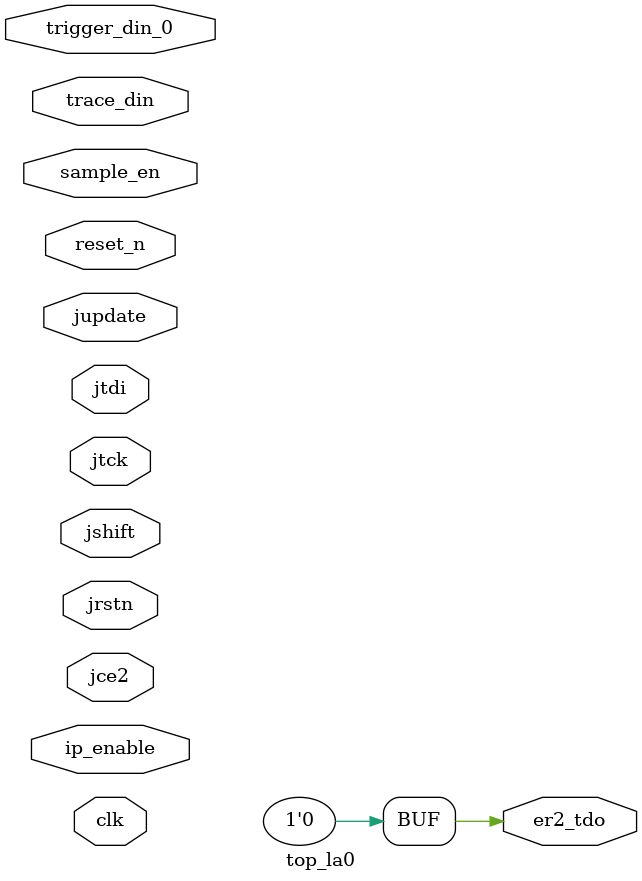
<source format=v>

/* WARNING - Changes to this file should be performed by re-running IPexpress
or modifying the .LPC file and regenerating the core.  Other changes may lead
to inconsistent simulation and/or implemenation results */

module top_la0 (
    clk,
    reset_n,
    jtck,
    jrstn,
    jce2,
    jtdi,
    er2_tdo,
    jshift,
    jupdate,
    trigger_din_0,
    trace_din,
    sample_en,
    ip_enable
);

// PARAMETERS DEFINED BY USER
localparam NUM_TRACE_SIGNALS   = 8;
localparam NUM_TRIGGER_SIGNALS = 1;
localparam INCLUDE_TRIG_DATA   = 0;
localparam NUM_TU_BITS_0       = 1;

input  clk;
input  reset_n;
input  jtck;
input  jrstn;
input  jce2;
input  jtdi;
output er2_tdo;
input  jshift;
input  jupdate;
input  [NUM_TU_BITS_0 -1:0] trigger_din_0;
input  [NUM_TRACE_SIGNALS + (NUM_TRIGGER_SIGNALS * INCLUDE_TRIG_DATA) -1:0] trace_din;
input  ip_enable;
input sample_en;

assign er2_tdo = 1'b0;

endmodule

</source>
